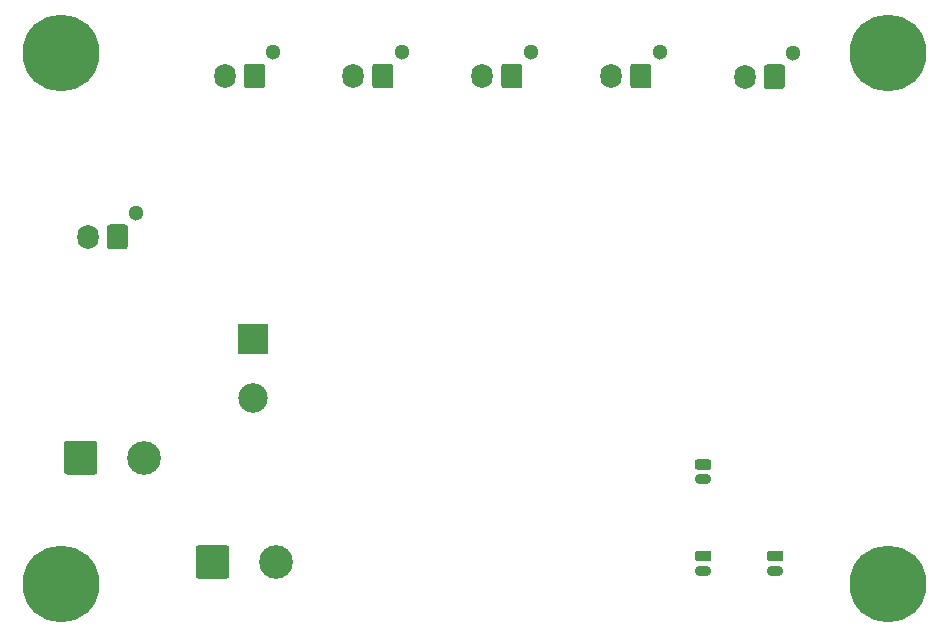
<source format=gbs>
G04 #@! TF.GenerationSoftware,KiCad,Pcbnew,5.1.6+dfsg1-1~bpo9+1*
G04 #@! TF.CreationDate,2022-04-04T20:28:32+02:00*
G04 #@! TF.ProjectId,sdrtr-power,73647274-722d-4706-9f77-65722e6b6963,rev?*
G04 #@! TF.SameCoordinates,Original*
G04 #@! TF.FileFunction,Soldermask,Bot*
G04 #@! TF.FilePolarity,Negative*
%FSLAX46Y46*%
G04 Gerber Fmt 4.6, Leading zero omitted, Abs format (unit mm)*
G04 Created by KiCad (PCBNEW 5.1.6+dfsg1-1~bpo9+1) date 2022-04-04 20:28:32*
%MOMM*%
%LPD*%
G01*
G04 APERTURE LIST*
%ADD10C,1.300000*%
%ADD11O,1.800000X2.100000*%
%ADD12O,1.400000X0.900000*%
%ADD13C,2.500000*%
%ADD14R,2.500000X2.500000*%
%ADD15C,2.850000*%
%ADD16C,6.500000*%
G04 APERTURE END LIST*
D10*
X86372500Y-48571400D03*
D11*
X82272500Y-50571400D03*
G36*
G01*
X85672500Y-49786106D02*
X85672500Y-51356694D01*
G75*
G02*
X85407794Y-51621400I-264706J0D01*
G01*
X84137206Y-51621400D01*
G75*
G02*
X83872500Y-51356694I0J264706D01*
G01*
X83872500Y-49786106D01*
G75*
G02*
X84137206Y-49521400I264706J0D01*
G01*
X85407794Y-49521400D01*
G75*
G02*
X85672500Y-49786106I0J-264706D01*
G01*
G37*
D12*
X134366000Y-71100000D03*
G36*
G01*
X133891000Y-69400000D02*
X134841000Y-69400000D01*
G75*
G02*
X135066000Y-69625000I0J-225000D01*
G01*
X135066000Y-70075000D01*
G75*
G02*
X134841000Y-70300000I-225000J0D01*
G01*
X133891000Y-70300000D01*
G75*
G02*
X133666000Y-70075000I0J225000D01*
G01*
X133666000Y-69625000D01*
G75*
G02*
X133891000Y-69400000I225000J0D01*
G01*
G37*
D13*
X96266000Y-64182000D03*
D14*
X96266000Y-59182000D03*
D15*
X87061000Y-69278500D03*
G36*
G01*
X80236000Y-70444410D02*
X80236000Y-68112590D01*
G75*
G02*
X80495090Y-67853500I259090J0D01*
G01*
X82826910Y-67853500D01*
G75*
G02*
X83086000Y-68112590I0J-259090D01*
G01*
X83086000Y-70444410D01*
G75*
G02*
X82826910Y-70703500I-259090J0D01*
G01*
X80495090Y-70703500D01*
G75*
G02*
X80236000Y-70444410I0J259090D01*
G01*
G37*
D12*
X134366000Y-78847000D03*
G36*
G01*
X133891000Y-77147000D02*
X134841000Y-77147000D01*
G75*
G02*
X135066000Y-77372000I0J-225000D01*
G01*
X135066000Y-77822000D01*
G75*
G02*
X134841000Y-78047000I-225000J0D01*
G01*
X133891000Y-78047000D01*
G75*
G02*
X133666000Y-77822000I0J225000D01*
G01*
X133666000Y-77372000D01*
G75*
G02*
X133891000Y-77147000I225000J0D01*
G01*
G37*
X140462000Y-78847000D03*
G36*
G01*
X139987000Y-77147000D02*
X140937000Y-77147000D01*
G75*
G02*
X141162000Y-77372000I0J-225000D01*
G01*
X141162000Y-77822000D01*
G75*
G02*
X140937000Y-78047000I-225000J0D01*
G01*
X139987000Y-78047000D01*
G75*
G02*
X139762000Y-77822000I0J225000D01*
G01*
X139762000Y-77372000D01*
G75*
G02*
X139987000Y-77147000I225000J0D01*
G01*
G37*
D10*
X141998500Y-35020500D03*
D11*
X137898500Y-37020500D03*
G36*
G01*
X141298500Y-36235206D02*
X141298500Y-37805794D01*
G75*
G02*
X141033794Y-38070500I-264706J0D01*
G01*
X139763206Y-38070500D01*
G75*
G02*
X139498500Y-37805794I0J264706D01*
G01*
X139498500Y-36235206D01*
G75*
G02*
X139763206Y-35970500I264706J0D01*
G01*
X141033794Y-35970500D01*
G75*
G02*
X141298500Y-36235206I0J-264706D01*
G01*
G37*
D10*
X97993000Y-34957000D03*
D11*
X93893000Y-36957000D03*
G36*
G01*
X97293000Y-36171706D02*
X97293000Y-37742294D01*
G75*
G02*
X97028294Y-38007000I-264706J0D01*
G01*
X95757706Y-38007000D01*
G75*
G02*
X95493000Y-37742294I0J264706D01*
G01*
X95493000Y-36171706D01*
G75*
G02*
X95757706Y-35907000I264706J0D01*
G01*
X97028294Y-35907000D01*
G75*
G02*
X97293000Y-36171706I0J-264706D01*
G01*
G37*
D10*
X108851500Y-34957000D03*
D11*
X104751500Y-36957000D03*
G36*
G01*
X108151500Y-36171706D02*
X108151500Y-37742294D01*
G75*
G02*
X107886794Y-38007000I-264706J0D01*
G01*
X106616206Y-38007000D01*
G75*
G02*
X106351500Y-37742294I0J264706D01*
G01*
X106351500Y-36171706D01*
G75*
G02*
X106616206Y-35907000I264706J0D01*
G01*
X107886794Y-35907000D01*
G75*
G02*
X108151500Y-36171706I0J-264706D01*
G01*
G37*
D10*
X119773500Y-34957000D03*
D11*
X115673500Y-36957000D03*
G36*
G01*
X119073500Y-36171706D02*
X119073500Y-37742294D01*
G75*
G02*
X118808794Y-38007000I-264706J0D01*
G01*
X117538206Y-38007000D01*
G75*
G02*
X117273500Y-37742294I0J264706D01*
G01*
X117273500Y-36171706D01*
G75*
G02*
X117538206Y-35907000I264706J0D01*
G01*
X118808794Y-35907000D01*
G75*
G02*
X119073500Y-36171706I0J-264706D01*
G01*
G37*
D15*
X98237000Y-78105000D03*
G36*
G01*
X91412000Y-79270910D02*
X91412000Y-76939090D01*
G75*
G02*
X91671090Y-76680000I259090J0D01*
G01*
X94002910Y-76680000D01*
G75*
G02*
X94262000Y-76939090I0J-259090D01*
G01*
X94262000Y-79270910D01*
G75*
G02*
X94002910Y-79530000I-259090J0D01*
G01*
X91671090Y-79530000D01*
G75*
G02*
X91412000Y-79270910I0J259090D01*
G01*
G37*
D10*
X130695500Y-34957000D03*
D11*
X126595500Y-36957000D03*
G36*
G01*
X129995500Y-36171706D02*
X129995500Y-37742294D01*
G75*
G02*
X129730794Y-38007000I-264706J0D01*
G01*
X128460206Y-38007000D01*
G75*
G02*
X128195500Y-37742294I0J264706D01*
G01*
X128195500Y-36171706D01*
G75*
G02*
X128460206Y-35907000I264706J0D01*
G01*
X129730794Y-35907000D01*
G75*
G02*
X129995500Y-36171706I0J-264706D01*
G01*
G37*
D16*
X150000000Y-80000000D03*
X150000000Y-35000000D03*
X80000000Y-80000000D03*
X80000000Y-35000000D03*
M02*

</source>
